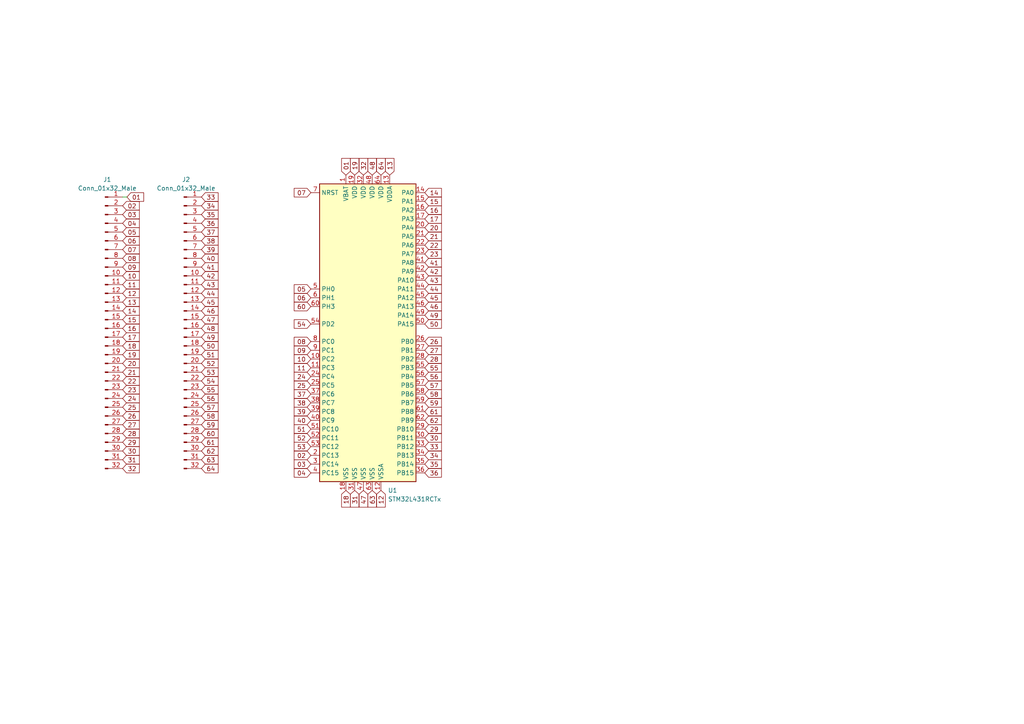
<source format=kicad_sch>
(kicad_sch (version 20211123) (generator eeschema)
  (paper "A4")
  (lib_symbols
    (symbol "Connector:Conn_01x32_Male" (pin_names (offset 1.016) hide)
      (property "Reference" "J" (at 0 40.64 0))
      (property "Value" "Conn_01x32_Male" (at 0 -43.18 0))
      (symbol "Conn_01x32_Male_1_1"
        (polyline (pts (xy 1.27 -40.64) (xy 0.8636 -40.64)) (stroke (width 0.1524)))
        (polyline (pts (xy 1.27 -38.1) (xy 0.8636 -38.1)) (stroke (width 0.1524)))
        (polyline (pts (xy 1.27 -35.56) (xy 0.8636 -35.56)) (stroke (width 0.1524)))
        (polyline (pts (xy 1.27 -33.02) (xy 0.8636 -33.02)) (stroke (width 0.1524)))
        (polyline (pts (xy 1.27 -30.48) (xy 0.8636 -30.48)) (stroke (width 0.1524)))
        (polyline (pts (xy 1.27 -27.94) (xy 0.8636 -27.94)) (stroke (width 0.1524)))
        (polyline (pts (xy 1.27 -25.4) (xy 0.8636 -25.4)) (stroke (width 0.1524)))
        (polyline (pts (xy 1.27 -22.86) (xy 0.8636 -22.86)) (stroke (width 0.1524)))
        (polyline (pts (xy 1.27 -20.32) (xy 0.8636 -20.32)) (stroke (width 0.1524)))
        (polyline (pts (xy 1.27 -17.78) (xy 0.8636 -17.78)) (stroke (width 0.1524)))
        (polyline (pts (xy 1.27 -15.24) (xy 0.8636 -15.24)) (stroke (width 0.1524)))
        (polyline (pts (xy 1.27 -12.7) (xy 0.8636 -12.7)) (stroke (width 0.1524)))
        (polyline (pts (xy 1.27 -10.16) (xy 0.8636 -10.16)) (stroke (width 0.1524)))
        (polyline (pts (xy 1.27 -7.62) (xy 0.8636 -7.62)) (stroke (width 0.1524)))
        (polyline (pts (xy 1.27 -5.08) (xy 0.8636 -5.08)) (stroke (width 0.1524)))
        (polyline (pts (xy 1.27 -2.54) (xy 0.8636 -2.54)) (stroke (width 0.1524)))
        (polyline (pts (xy 1.27 0) (xy 0.8636 0)) (stroke (width 0.1524)))
        (polyline (pts (xy 1.27 2.54) (xy 0.8636 2.54)) (stroke (width 0.1524)))
        (polyline (pts (xy 1.27 5.08) (xy 0.8636 5.08)) (stroke (width 0.1524)))
        (polyline (pts (xy 1.27 7.62) (xy 0.8636 7.62)) (stroke (width 0.1524)))
        (polyline (pts (xy 1.27 10.16) (xy 0.8636 10.16)) (stroke (width 0.1524)))
        (polyline (pts (xy 1.27 12.7) (xy 0.8636 12.7)) (stroke (width 0.1524)))
        (polyline (pts (xy 1.27 15.24) (xy 0.8636 15.24)) (stroke (width 0.1524)))
        (polyline (pts (xy 1.27 17.78) (xy 0.8636 17.78)) (stroke (width 0.1524)))
        (polyline (pts (xy 1.27 20.32) (xy 0.8636 20.32)) (stroke (width 0.1524)))
        (polyline (pts (xy 1.27 22.86) (xy 0.8636 22.86)) (stroke (width 0.1524)))
        (polyline (pts (xy 1.27 25.4) (xy 0.8636 25.4)) (stroke (width 0.1524)))
        (polyline (pts (xy 1.27 27.94) (xy 0.8636 27.94)) (stroke (width 0.1524)))
        (polyline (pts (xy 1.27 30.48) (xy 0.8636 30.48)) (stroke (width 0.1524)))
        (polyline (pts (xy 1.27 33.02) (xy 0.8636 33.02)) (stroke (width 0.1524)))
        (polyline (pts (xy 1.27 35.56) (xy 0.8636 35.56)) (stroke (width 0.1524)))
        (polyline (pts (xy 1.27 38.1) (xy 0.8636 38.1)) (stroke (width 0.1524)))
        (rectangle (start 0.8636 -40.513) (end 0 -40.767) (stroke (width 0.1524)) (fill (type outline)))
        (rectangle (start 0.8636 -37.973) (end 0 -38.227) (stroke (width 0.1524)) (fill (type outline)))
        (rectangle (start 0.8636 -35.433) (end 0 -35.687) (stroke (width 0.1524)) (fill (type outline)))
        (rectangle (start 0.8636 -32.893) (end 0 -33.147) (stroke (width 0.1524)) (fill (type outline)))
        (rectangle (start 0.8636 -30.353) (end 0 -30.607) (stroke (width 0.1524)) (fill (type outline)))
        (rectangle (start 0.8636 -27.813) (end 0 -28.067) (stroke (width 0.1524)) (fill (type outline)))
        (rectangle (start 0.8636 -25.273) (end 0 -25.527) (stroke (width 0.1524)) (fill (type outline)))
        (rectangle (start 0.8636 -22.733) (end 0 -22.987) (stroke (width 0.1524)) (fill (type outline)))
        (rectangle (start 0.8636 -20.193) (end 0 -20.447) (stroke (width 0.1524)) (fill (type outline)))
        (rectangle (start 0.8636 -17.653) (end 0 -17.907) (stroke (width 0.1524)) (fill (type outline)))
        (rectangle (start 0.8636 -15.113) (end 0 -15.367) (stroke (width 0.1524)) (fill (type outline)))
        (rectangle (start 0.8636 -12.573) (end 0 -12.827) (stroke (width 0.1524)) (fill (type outline)))
        (rectangle (start 0.8636 -10.033) (end 0 -10.287) (stroke (width 0.1524)) (fill (type outline)))
        (rectangle (start 0.8636 -7.493) (end 0 -7.747) (stroke (width 0.1524)) (fill (type outline)))
        (rectangle (start 0.8636 -4.953) (end 0 -5.207) (stroke (width 0.1524)) (fill (type outline)))
        (rectangle (start 0.8636 -2.413) (end 0 -2.667) (stroke (width 0.1524)) (fill (type outline)))
        (rectangle (start 0.8636 0.127) (end 0 -0.127) (stroke (width 0.1524)) (fill (type outline)))
        (rectangle (start 0.8636 2.667) (end 0 2.413) (stroke (width 0.1524)) (fill (type outline)))
        (rectangle (start 0.8636 5.207) (end 0 4.953) (stroke (width 0.1524)) (fill (type outline)))
        (rectangle (start 0.8636 7.747) (end 0 7.493) (stroke (width 0.1524)) (fill (type outline)))
        (rectangle (start 0.8636 10.287) (end 0 10.033) (stroke (width 0.1524)) (fill (type outline)))
        (rectangle (start 0.8636 12.827) (end 0 12.573) (stroke (width 0.1524)) (fill (type outline)))
        (rectangle (start 0.8636 15.367) (end 0 15.113) (stroke (width 0.1524)) (fill (type outline)))
        (rectangle (start 0.8636 17.907) (end 0 17.653) (stroke (width 0.1524)) (fill (type outline)))
        (rectangle (start 0.8636 20.447) (end 0 20.193) (stroke (width 0.1524)) (fill (type outline)))
        (rectangle (start 0.8636 22.987) (end 0 22.733) (stroke (width 0.1524)) (fill (type outline)))
        (rectangle (start 0.8636 25.527) (end 0 25.273) (stroke (width 0.1524)) (fill (type outline)))
        (rectangle (start 0.8636 28.067) (end 0 27.813) (stroke (width 0.1524)) (fill (type outline)))
        (rectangle (start 0.8636 30.607) (end 0 30.353) (stroke (width 0.1524)) (fill (type outline)))
        (rectangle (start 0.8636 33.147) (end 0 32.893) (stroke (width 0.1524)) (fill (type outline)))
        (rectangle (start 0.8636 35.687) (end 0 35.433) (stroke (width 0.1524)) (fill (type outline)))
        (rectangle (start 0.8636 38.227) (end 0 37.973) (stroke (width 0.1524)) (fill (type outline)))
        (pin passive line (at 5.08 38.1 180) (length 3.81) (name "Pin_1") (number "1"))
        (pin passive line (at 5.08 15.24 180) (length 3.81) (name "Pin_10") (number "10"))
        (pin passive line (at 5.08 12.7 180) (length 3.81) (name "Pin_11") (number "11"))
        (pin passive line (at 5.08 10.16 180) (length 3.81) (name "Pin_12") (number "12"))
        (pin passive line (at 5.08 7.62 180) (length 3.81) (name "Pin_13") (number "13"))
        (pin passive line (at 5.08 5.08 180) (length 3.81) (name "Pin_14") (number "14"))
        (pin passive line (at 5.08 2.54 180) (length 3.81) (name "Pin_15") (number "15"))
        (pin passive line (at 5.08 0 180) (length 3.81) (name "Pin_16") (number "16"))
        (pin passive line (at 5.08 -2.54 180) (length 3.81) (name "Pin_17") (number "17"))
        (pin passive line (at 5.08 -5.08 180) (length 3.81) (name "Pin_18") (number "18"))
        (pin passive line (at 5.08 -7.62 180) (length 3.81) (name "Pin_19") (number "19"))
        (pin passive line (at 5.08 35.56 180) (length 3.81) (name "Pin_2") (number "2"))
        (pin passive line (at 5.08 -10.16 180) (length 3.81) (name "Pin_20") (number "20"))
        (pin passive line (at 5.08 -12.7 180) (length 3.81) (name "Pin_21") (number "21"))
        (pin passive line (at 5.08 -15.24 180) (length 3.81) (name "Pin_22") (number "22"))
        (pin passive line (at 5.08 -17.78 180) (length 3.81) (name "Pin_23") (number "23"))
        (pin passive line (at 5.08 -20.32 180) (length 3.81) (name "Pin_24") (number "24"))
        (pin passive line (at 5.08 -22.86 180) (length 3.81) (name "Pin_25") (number "25"))
        (pin passive line (at 5.08 -25.4 180) (length 3.81) (name "Pin_26") (number "26"))
        (pin passive line (at 5.08 -27.94 180) (length 3.81) (name "Pin_27") (number "27"))
        (pin passive line (at 5.08 -30.48 180) (length 3.81) (name "Pin_28") (number "28"))
        (pin passive line (at 5.08 -33.02 180) (length 3.81) (name "Pin_29") (number "29"))
        (pin passive line (at 5.08 33.02 180) (length 3.81) (name "Pin_3") (number "3"))
        (pin passive line (at 5.08 -35.56 180) (length 3.81) (name "Pin_30") (number "30"))
        (pin passive line (at 5.08 -38.1 180) (length 3.81) (name "Pin_31") (number "31"))
        (pin passive line (at 5.08 -40.64 180) (length 3.81) (name "Pin_32") (number "32"))
        (pin passive line (at 5.08 30.48 180) (length 3.81) (name "Pin_4") (number "4"))
        (pin passive line (at 5.08 27.94 180) (length 3.81) (name "Pin_5") (number "5"))
        (pin passive line (at 5.08 25.4 180) (length 3.81) (name "Pin_6") (number "6"))
        (pin passive line (at 5.08 22.86 180) (length 3.81) (name "Pin_7") (number "7"))
        (pin passive line (at 5.08 20.32 180) (length 3.81) (name "Pin_8") (number "8"))
        (pin passive line (at 5.08 17.78 180) (length 3.81) (name "Pin_9") (number "9"))
      )
    )
    (symbol "MCU_ST_STM32L4:STM32L431RCTx"
      (property "Reference" "U" (at -15.24 44.45 0))
      (property "Value" "STM32L431RCTx" (at 7.62 44.45 0))
      (symbol "STM32L431RCTx_0_1"
        (rectangle (start -15.24 -43.18) (end 12.7 43.18) (stroke (width 0.254)) (fill (type background)))
      )
      (symbol "STM32L431RCTx_1_1"
        (pin power_in line (at -7.62 45.72 270) (length 2.54) (name "VBAT") (number "1"))
        (pin bidirectional line (at -17.78 -7.62 0) (length 2.54) (name "PC2") (number "10"))
        (pin bidirectional line (at -17.78 -10.16 0) (length 2.54) (name "PC3") (number "11"))
        (pin power_in line (at 2.54 -45.72 90) (length 2.54) (name "VSSA") (number "12"))
        (pin power_in line (at 5.08 45.72 270) (length 2.54) (name "VDDA") (number "13"))
        (pin bidirectional line (at 15.24 40.64 180) (length 2.54) (name "PA0") (number "14"))
        (pin bidirectional line (at 15.24 38.1 180) (length 2.54) (name "PA1") (number "15"))
        (pin bidirectional line (at 15.24 35.56 180) (length 2.54) (name "PA2") (number "16"))
        (pin bidirectional line (at 15.24 33.02 180) (length 2.54) (name "PA3") (number "17"))
        (pin power_in line (at -7.62 -45.72 90) (length 2.54) (name "VSS") (number "18"))
        (pin power_in line (at -5.08 45.72 270) (length 2.54) (name "VDD") (number "19"))
        (pin bidirectional line (at -17.78 -35.56 0) (length 2.54) (name "PC13") (number "2"))
        (pin bidirectional line (at 15.24 30.48 180) (length 2.54) (name "PA4") (number "20"))
        (pin bidirectional line (at 15.24 27.94 180) (length 2.54) (name "PA5") (number "21"))
        (pin bidirectional line (at 15.24 25.4 180) (length 2.54) (name "PA6") (number "22"))
        (pin bidirectional line (at 15.24 22.86 180) (length 2.54) (name "PA7") (number "23"))
        (pin bidirectional line (at -17.78 -12.7 0) (length 2.54) (name "PC4") (number "24"))
        (pin bidirectional line (at -17.78 -15.24 0) (length 2.54) (name "PC5") (number "25"))
        (pin bidirectional line (at 15.24 -2.54 180) (length 2.54) (name "PB0") (number "26"))
        (pin bidirectional line (at 15.24 -5.08 180) (length 2.54) (name "PB1") (number "27"))
        (pin bidirectional line (at 15.24 -7.62 180) (length 2.54) (name "PB2") (number "28"))
        (pin bidirectional line (at 15.24 -27.94 180) (length 2.54) (name "PB10") (number "29"))
        (pin bidirectional line (at -17.78 -38.1 0) (length 2.54) (name "PC14") (number "3"))
        (pin bidirectional line (at 15.24 -30.48 180) (length 2.54) (name "PB11") (number "30"))
        (pin power_in line (at -5.08 -45.72 90) (length 2.54) (name "VSS") (number "31"))
        (pin power_in line (at -2.54 45.72 270) (length 2.54) (name "VDD") (number "32"))
        (pin bidirectional line (at 15.24 -33.02 180) (length 2.54) (name "PB12") (number "33"))
        (pin bidirectional line (at 15.24 -35.56 180) (length 2.54) (name "PB13") (number "34"))
        (pin bidirectional line (at 15.24 -38.1 180) (length 2.54) (name "PB14") (number "35"))
        (pin bidirectional line (at 15.24 -40.64 180) (length 2.54) (name "PB15") (number "36"))
        (pin bidirectional line (at -17.78 -17.78 0) (length 2.54) (name "PC6") (number "37"))
        (pin bidirectional line (at -17.78 -20.32 0) (length 2.54) (name "PC7") (number "38"))
        (pin bidirectional line (at -17.78 -22.86 0) (length 2.54) (name "PC8") (number "39"))
        (pin bidirectional line (at -17.78 -40.64 0) (length 2.54) (name "PC15") (number "4"))
        (pin bidirectional line (at -17.78 -25.4 0) (length 2.54) (name "PC9") (number "40"))
        (pin bidirectional line (at 15.24 20.32 180) (length 2.54) (name "PA8") (number "41"))
        (pin bidirectional line (at 15.24 17.78 180) (length 2.54) (name "PA9") (number "42"))
        (pin bidirectional line (at 15.24 15.24 180) (length 2.54) (name "PA10") (number "43"))
        (pin bidirectional line (at 15.24 12.7 180) (length 2.54) (name "PA11") (number "44"))
        (pin bidirectional line (at 15.24 10.16 180) (length 2.54) (name "PA12") (number "45"))
        (pin bidirectional line (at 15.24 7.62 180) (length 2.54) (name "PA13") (number "46"))
        (pin power_in line (at -2.54 -45.72 90) (length 2.54) (name "VSS") (number "47"))
        (pin power_in line (at 0 45.72 270) (length 2.54) (name "VDD") (number "48"))
        (pin bidirectional line (at 15.24 5.08 180) (length 2.54) (name "PA14") (number "49"))
        (pin input line (at -17.78 12.7 0) (length 2.54) (name "PH0") (number "5"))
        (pin bidirectional line (at 15.24 2.54 180) (length 2.54) (name "PA15") (number "50"))
        (pin bidirectional line (at -17.78 -27.94 0) (length 2.54) (name "PC10") (number "51"))
        (pin bidirectional line (at -17.78 -30.48 0) (length 2.54) (name "PC11") (number "52"))
        (pin bidirectional line (at -17.78 -33.02 0) (length 2.54) (name "PC12") (number "53"))
        (pin bidirectional line (at -17.78 2.54 0) (length 2.54) (name "PD2") (number "54"))
        (pin bidirectional line (at 15.24 -10.16 180) (length 2.54) (name "PB3") (number "55"))
        (pin bidirectional line (at 15.24 -12.7 180) (length 2.54) (name "PB4") (number "56"))
        (pin bidirectional line (at 15.24 -15.24 180) (length 2.54) (name "PB5") (number "57"))
        (pin bidirectional line (at 15.24 -17.78 180) (length 2.54) (name "PB6") (number "58"))
        (pin bidirectional line (at 15.24 -20.32 180) (length 2.54) (name "PB7") (number "59"))
        (pin input line (at -17.78 10.16 0) (length 2.54) (name "PH1") (number "6"))
        (pin bidirectional line (at -17.78 7.62 0) (length 2.54) (name "PH3") (number "60"))
        (pin bidirectional line (at 15.24 -22.86 180) (length 2.54) (name "PB8") (number "61"))
        (pin bidirectional line (at 15.24 -25.4 180) (length 2.54) (name "PB9") (number "62"))
        (pin power_in line (at 0 -45.72 90) (length 2.54) (name "VSS") (number "63"))
        (pin power_in line (at 2.54 45.72 270) (length 2.54) (name "VDD") (number "64"))
        (pin input line (at -17.78 40.64 0) (length 2.54) (name "NRST") (number "7"))
        (pin bidirectional line (at -17.78 -2.54 0) (length 2.54) (name "PC0") (number "8"))
        (pin bidirectional line (at -17.78 -5.08 0) (length 2.54) (name "PC1") (number "9"))
      )
    )
  )
  (wire (pts (xy 36.83 57.15) (xy 35.56 57.15)))
  (global_label "27" (shape input) (at 123.19 101.6 0) (property "Intersheet References" "${INTERSHEET_REFS}" (effects hide)))
  (global_label "53" (shape input) (at 58.42 107.95 0) (property "Intersheet References" "${INTERSHEET_REFS}" (effects hide)))
  (global_label "40" (shape input) (at 58.42 74.93 0) (property "Intersheet References" "${INTERSHEET_REFS}" (effects hide)))
  (global_label "61" (shape input) (at 58.42 128.27 0) (property "Intersheet References" "${INTERSHEET_REFS}" (effects hide)))
  (global_label "17" (shape input) (at 123.19 63.5 0) (property "Intersheet References" "${INTERSHEET_REFS}" (effects hide)))
  (global_label "12" (shape input) (at 110.49 142.24 270) (property "Intersheet References" "${INTERSHEET_REFS}" (effects hide)))
  (global_label "19" (shape input) (at 35.56 102.87 0) (property "Intersheet References" "${INTERSHEET_REFS}" (effects hide)))
  (global_label "44" (shape input) (at 58.42 85.09 0) (property "Intersheet References" "${INTERSHEET_REFS}" (effects hide)))
  (global_label "44" (shape input) (at 123.19 83.82 0) (property "Intersheet References" "${INTERSHEET_REFS}" (effects hide)))
  (global_label "14" (shape input) (at 123.19 55.88 0) (property "Intersheet References" "${INTERSHEET_REFS}" (effects hide)))
  (global_label "42" (shape input) (at 123.19 78.74 0) (property "Intersheet References" "${INTERSHEET_REFS}" (effects hide)))
  (global_label "52" (shape input) (at 90.17 127 180) (property "Intersheet References" "${INTERSHEET_REFS}" (effects hide)))
  (global_label "59" (shape input) (at 58.42 123.19 0) (property "Intersheet References" "${INTERSHEET_REFS}" (effects hide)))
  (global_label "04" (shape input) (at 35.56 64.77 0) (property "Intersheet References" "${INTERSHEET_REFS}" (effects hide)))
  (global_label "04" (shape input) (at 90.17 137.16 180) (property "Intersheet References" "${INTERSHEET_REFS}" (effects hide)))
  (global_label "13" (shape input) (at 113.03 50.8 90) (property "Intersheet References" "${INTERSHEET_REFS}" (effects hide)))
  (global_label "01" (shape input) (at 36.83 57.15 0) (property "Intersheet References" "${INTERSHEET_REFS}" (effects hide)))
  (global_label "45" (shape input) (at 58.42 87.63 0) (property "Intersheet References" "${INTERSHEET_REFS}" (effects hide)))
  (global_label "34" (shape input) (at 123.19 132.08 0) (property "Intersheet References" "${INTERSHEET_REFS}" (effects hide)))
  (global_label "06" (shape input) (at 90.17 86.36 180) (property "Intersheet References" "${INTERSHEET_REFS}" (effects hide)))
  (global_label "24" (shape input) (at 35.56 115.57 0) (property "Intersheet References" "${INTERSHEET_REFS}" (effects hide)))
  (global_label "37" (shape input) (at 90.17 114.3 180) (property "Intersheet References" "${INTERSHEET_REFS}" (effects hide)))
  (global_label "12" (shape input) (at 35.56 85.09 0) (property "Intersheet References" "${INTERSHEET_REFS}" (effects hide)))
  (global_label "22" (shape input) (at 35.56 110.49 0) (property "Intersheet References" "${INTERSHEET_REFS}" (effects hide)))
  (global_label "24" (shape input) (at 90.17 109.22 180) (property "Intersheet References" "${INTERSHEET_REFS}" (effects hide)))
  (global_label "09" (shape input) (at 35.56 77.47 0) (property "Intersheet References" "${INTERSHEET_REFS}" (effects hide)))
  (global_label "10" (shape input) (at 35.56 80.01 0) (property "Intersheet References" "${INTERSHEET_REFS}" (effects hide)))
  (global_label "03" (shape input) (at 35.56 62.23 0) (property "Intersheet References" "${INTERSHEET_REFS}" (effects hide)))
  (global_label "52" (shape input) (at 58.42 105.41 0) (property "Intersheet References" "${INTERSHEET_REFS}" (effects hide)))
  (global_label "16" (shape input) (at 123.19 60.96 0) (property "Intersheet References" "${INTERSHEET_REFS}" (effects hide)))
  (global_label "38" (shape input) (at 58.42 69.85 0) (property "Intersheet References" "${INTERSHEET_REFS}" (effects hide)))
  (global_label "17" (shape input) (at 35.56 97.79 0) (property "Intersheet References" "${INTERSHEET_REFS}" (effects hide)))
  (global_label "08" (shape input) (at 90.17 99.06 180) (property "Intersheet References" "${INTERSHEET_REFS}" (effects hide)))
  (global_label "36" (shape input) (at 123.19 137.16 0) (property "Intersheet References" "${INTERSHEET_REFS}" (effects hide)))
  (global_label "56" (shape input) (at 123.19 109.22 0) (property "Intersheet References" "${INTERSHEET_REFS}" (effects hide)))
  (global_label "26" (shape input) (at 123.19 99.06 0) (property "Intersheet References" "${INTERSHEET_REFS}" (effects hide)))
  (global_label "63" (shape input) (at 107.95 142.24 270) (property "Intersheet References" "${INTERSHEET_REFS}" (effects hide)))
  (global_label "02" (shape input) (at 35.56 59.69 0) (property "Intersheet References" "${INTERSHEET_REFS}" (effects hide)))
  (global_label "25" (shape input) (at 35.56 118.11 0) (property "Intersheet References" "${INTERSHEET_REFS}" (effects hide)))
  (global_label "31" (shape input) (at 102.87 142.24 270) (property "Intersheet References" "${INTERSHEET_REFS}" (effects hide)))
  (global_label "50" (shape input) (at 58.42 100.33 0) (property "Intersheet References" "${INTERSHEET_REFS}" (effects hide)))
  (global_label "62" (shape input) (at 123.19 121.92 0) (property "Intersheet References" "${INTERSHEET_REFS}" (effects hide)))
  (global_label "54" (shape input) (at 90.17 93.98 180) (property "Intersheet References" "${INTERSHEET_REFS}" (effects hide)))
  (global_label "23" (shape input) (at 35.56 113.03 0) (property "Intersheet References" "${INTERSHEET_REFS}" (effects hide)))
  (global_label "49" (shape input) (at 123.19 91.44 0) (property "Intersheet References" "${INTERSHEET_REFS}" (effects hide)))
  (global_label "39" (shape input) (at 90.17 119.38 180) (property "Intersheet References" "${INTERSHEET_REFS}" (effects hide)))
  (global_label "02" (shape input) (at 90.17 132.08 180) (property "Intersheet References" "${INTERSHEET_REFS}" (effects hide)))
  (global_label "08" (shape input) (at 35.56 74.93 0) (property "Intersheet References" "${INTERSHEET_REFS}" (effects hide)))
  (global_label "26" (shape input) (at 35.56 120.65 0) (property "Intersheet References" "${INTERSHEET_REFS}" (effects hide)))
  (global_label "13" (shape input) (at 35.56 87.63 0) (property "Intersheet References" "${INTERSHEET_REFS}" (effects hide)))
  (global_label "32" (shape input) (at 35.56 135.89 0) (property "Intersheet References" "${INTERSHEET_REFS}" (effects hide)))
  (global_label "28" (shape input) (at 35.56 125.73 0) (property "Intersheet References" "${INTERSHEET_REFS}" (effects hide)))
  (global_label "22" (shape input) (at 123.19 71.12 0) (property "Intersheet References" "${INTERSHEET_REFS}" (effects hide)))
  (global_label "63" (shape input) (at 58.42 133.35 0) (property "Intersheet References" "${INTERSHEET_REFS}" (effects hide)))
  (global_label "38" (shape input) (at 90.17 116.84 180) (property "Intersheet References" "${INTERSHEET_REFS}" (effects hide)))
  (global_label "29" (shape input) (at 35.56 128.27 0) (property "Intersheet References" "${INTERSHEET_REFS}" (effects hide)))
  (global_label "32" (shape input) (at 105.41 50.8 90) (property "Intersheet References" "${INTERSHEET_REFS}" (effects hide)))
  (global_label "57" (shape input) (at 58.42 118.11 0) (property "Intersheet References" "${INTERSHEET_REFS}" (effects hide)))
  (global_label "64" (shape input) (at 110.49 50.8 90) (property "Intersheet References" "${INTERSHEET_REFS}" (effects hide)))
  (global_label "59" (shape input) (at 123.19 116.84 0) (property "Intersheet References" "${INTERSHEET_REFS}" (effects hide)))
  (global_label "48" (shape input) (at 58.42 95.25 0) (property "Intersheet References" "${INTERSHEET_REFS}" (effects hide)))
  (global_label "30" (shape input) (at 35.56 130.81 0) (property "Intersheet References" "${INTERSHEET_REFS}" (effects hide)))
  (global_label "42" (shape input) (at 58.42 80.01 0) (property "Intersheet References" "${INTERSHEET_REFS}" (effects hide)))
  (global_label "36" (shape input) (at 58.42 64.77 0) (property "Intersheet References" "${INTERSHEET_REFS}" (effects hide)))
  (global_label "33" (shape input) (at 123.19 129.54 0) (property "Intersheet References" "${INTERSHEET_REFS}" (effects hide)))
  (global_label "50" (shape input) (at 123.19 93.98 0) (property "Intersheet References" "${INTERSHEET_REFS}" (effects hide)))
  (global_label "21" (shape input) (at 123.19 68.58 0) (property "Intersheet References" "${INTERSHEET_REFS}" (effects hide)))
  (global_label "35" (shape input) (at 58.42 62.23 0) (property "Intersheet References" "${INTERSHEET_REFS}" (effects hide)))
  (global_label "39" (shape input) (at 58.42 72.39 0) (property "Intersheet References" "${INTERSHEET_REFS}" (effects hide)))
  (global_label "03" (shape input) (at 90.17 134.62 180) (property "Intersheet References" "${INTERSHEET_REFS}" (effects hide)))
  (global_label "11" (shape input) (at 90.17 106.68 180) (property "Intersheet References" "${INTERSHEET_REFS}" (effects hide)))
  (global_label "10" (shape input) (at 90.17 104.14 180) (property "Intersheet References" "${INTERSHEET_REFS}" (effects hide)))
  (global_label "51" (shape input) (at 90.17 124.46 180) (property "Intersheet References" "${INTERSHEET_REFS}" (effects hide)))
  (global_label "48" (shape input) (at 107.95 50.8 90) (property "Intersheet References" "${INTERSHEET_REFS}" (effects hide)))
  (global_label "53" (shape input) (at 90.17 129.54 180) (property "Intersheet References" "${INTERSHEET_REFS}" (effects hide)))
  (global_label "62" (shape input) (at 58.42 130.81 0) (property "Intersheet References" "${INTERSHEET_REFS}" (effects hide)))
  (global_label "05" (shape input) (at 35.56 67.31 0) (property "Intersheet References" "${INTERSHEET_REFS}" (effects hide)))
  (global_label "34" (shape input) (at 58.42 59.69 0) (property "Intersheet References" "${INTERSHEET_REFS}" (effects hide)))
  (global_label "58" (shape input) (at 58.42 120.65 0) (property "Intersheet References" "${INTERSHEET_REFS}" (effects hide)))
  (global_label "19" (shape input) (at 102.87 50.8 90) (property "Intersheet References" "${INTERSHEET_REFS}" (effects hide)))
  (global_label "15" (shape input) (at 35.56 92.71 0) (property "Intersheet References" "${INTERSHEET_REFS}" (effects hide)))
  (global_label "43" (shape input) (at 123.19 81.28 0) (property "Intersheet References" "${INTERSHEET_REFS}" (effects hide)))
  (global_label "28" (shape input) (at 123.19 104.14 0) (property "Intersheet References" "${INTERSHEET_REFS}" (effects hide)))
  (global_label "30" (shape input) (at 123.19 127 0) (property "Intersheet References" "${INTERSHEET_REFS}" (effects hide)))
  (global_label "16" (shape input) (at 35.56 95.25 0) (property "Intersheet References" "${INTERSHEET_REFS}" (effects hide)))
  (global_label "07" (shape input) (at 35.56 72.39 0) (property "Intersheet References" "${INTERSHEET_REFS}" (effects hide)))
  (global_label "05" (shape input) (at 90.17 83.82 180) (property "Intersheet References" "${INTERSHEET_REFS}" (effects hide)))
  (global_label "60" (shape input) (at 58.42 125.73 0) (property "Intersheet References" "${INTERSHEET_REFS}" (effects hide)))
  (global_label "11" (shape input) (at 35.56 82.55 0) (property "Intersheet References" "${INTERSHEET_REFS}" (effects hide)))
  (global_label "64" (shape input) (at 58.42 135.89 0) (property "Intersheet References" "${INTERSHEET_REFS}" (effects hide)))
  (global_label "43" (shape input) (at 58.42 82.55 0) (property "Intersheet References" "${INTERSHEET_REFS}" (effects hide)))
  (global_label "61" (shape input) (at 123.19 119.38 0) (property "Intersheet References" "${INTERSHEET_REFS}" (effects hide)))
  (global_label "46" (shape input) (at 58.42 90.17 0) (property "Intersheet References" "${INTERSHEET_REFS}" (effects hide)))
  (global_label "06" (shape input) (at 35.56 69.85 0) (property "Intersheet References" "${INTERSHEET_REFS}" (effects hide)))
  (global_label "41" (shape input) (at 123.19 76.2 0) (property "Intersheet References" "${INTERSHEET_REFS}" (effects hide)))
  (global_label "55" (shape input) (at 58.42 113.03 0) (property "Intersheet References" "${INTERSHEET_REFS}" (effects hide)))
  (global_label "37" (shape input) (at 58.42 67.31 0) (property "Intersheet References" "${INTERSHEET_REFS}" (effects hide)))
  (global_label "15" (shape input) (at 123.19 58.42 0) (property "Intersheet References" "${INTERSHEET_REFS}" (effects hide)))
  (global_label "07" (shape input) (at 90.17 55.88 180) (property "Intersheet References" "${INTERSHEET_REFS}" (effects hide)))
  (global_label "18" (shape input) (at 35.56 100.33 0) (property "Intersheet References" "${INTERSHEET_REFS}" (effects hide)))
  (global_label "20" (shape input) (at 35.56 105.41 0) (property "Intersheet References" "${INTERSHEET_REFS}" (effects hide)))
  (global_label "57" (shape input) (at 123.19 111.76 0) (property "Intersheet References" "${INTERSHEET_REFS}" (effects hide)))
  (global_label "21" (shape input) (at 35.56 107.95 0) (property "Intersheet References" "${INTERSHEET_REFS}" (effects hide)))
  (global_label "27" (shape input) (at 35.56 123.19 0) (property "Intersheet References" "${INTERSHEET_REFS}" (effects hide)))
  (global_label "01" (shape input) (at 100.33 50.8 90) (property "Intersheet References" "${INTERSHEET_REFS}" (effects hide)))
  (global_label "45" (shape input) (at 123.19 86.36 0) (property "Intersheet References" "${INTERSHEET_REFS}" (effects hide)))
  (global_label "41" (shape input) (at 58.42 77.47 0) (property "Intersheet References" "${INTERSHEET_REFS}" (effects hide)))
  (global_label "54" (shape input) (at 58.42 110.49 0) (property "Intersheet References" "${INTERSHEET_REFS}" (effects hide)))
  (global_label "46" (shape input) (at 123.19 88.9 0) (property "Intersheet References" "${INTERSHEET_REFS}" (effects hide)))
  (global_label "40" (shape input) (at 90.17 121.92 180) (property "Intersheet References" "${INTERSHEET_REFS}" (effects hide)))
  (global_label "55" (shape input) (at 123.19 106.68 0) (property "Intersheet References" "${INTERSHEET_REFS}" (effects hide)))
  (global_label "47" (shape input) (at 105.41 142.24 270) (property "Intersheet References" "${INTERSHEET_REFS}" (effects hide)))
  (global_label "58" (shape input) (at 123.19 114.3 0) (property "Intersheet References" "${INTERSHEET_REFS}" (effects hide)))
  (global_label "31" (shape input) (at 35.56 133.35 0) (property "Intersheet References" "${INTERSHEET_REFS}" (effects hide)))
  (global_label "23" (shape input) (at 123.19 73.66 0) (property "Intersheet References" "${INTERSHEET_REFS}" (effects hide)))
  (global_label "09" (shape input) (at 90.17 101.6 180) (property "Intersheet References" "${INTERSHEET_REFS}" (effects hide)))
  (global_label "29" (shape input) (at 123.19 124.46 0) (property "Intersheet References" "${INTERSHEET_REFS}" (effects hide)))
  (global_label "20" (shape input) (at 123.19 66.04 0) (property "Intersheet References" "${INTERSHEET_REFS}" (effects hide)))
  (global_label "18" (shape input) (at 100.33 142.24 270) (property "Intersheet References" "${INTERSHEET_REFS}" (effects hide)))
  (global_label "35" (shape input) (at 123.19 134.62 0) (property "Intersheet References" "${INTERSHEET_REFS}" (effects hide)))
  (global_label "51" (shape input) (at 58.42 102.87 0) (property "Intersheet References" "${INTERSHEET_REFS}" (effects hide)))
  (global_label "60" (shape input) (at 90.17 88.9 180) (property "Intersheet References" "${INTERSHEET_REFS}" (effects hide)))
  (global_label "47" (shape input) (at 58.42 92.71 0) (property "Intersheet References" "${INTERSHEET_REFS}" (effects hide)))
  (global_label "33" (shape input) (at 58.42 57.15 0) (property "Intersheet References" "${INTERSHEET_REFS}" (effects hide)))
  (global_label "49" (shape input) (at 58.42 97.79 0) (property "Intersheet References" "${INTERSHEET_REFS}" (effects hide)))
  (global_label "25" (shape input) (at 90.17 111.76 180) (property "Intersheet References" "${INTERSHEET_REFS}" (effects hide)))
  (global_label "14" (shape input) (at 35.56 90.17 0) (property "Intersheet References" "${INTERSHEET_REFS}" (effects hide)))
  (global_label "56" (shape input) (at 58.42 115.57 0) (property "Intersheet References" "${INTERSHEET_REFS}" (effects hide)))
  (symbol (lib_id "MCU_ST_STM32L4:STM32L431RCTx") (at 107.95 96.52 0) (unit 1)
    (property "Reference" "U1" (at 112.5094 142.24 0) (effects (justify left)))
    (property "Value" "STM32L431RCTx" (at 112.5094 144.78 0) (effects (justify left)))
    (property "Footprint" "Package_QFP:LQFP-64_10x10mm_P0.5mm" (effects hide))
    (property "Datasheet" "http://www.st.com/st-web-ui/static/active/en/resource/technical/document/datasheet/DM00257211.pdf" (effects hide))
  )
  (symbol (lib_id "Connector:Conn_01x32_Male") (at 30.48 95.25 0) (unit 1)
    (property "Reference" "J1" (at 31.115 52.07 0))
    (property "Value" "Conn_01x32_Male" (at 31.115 54.61 0))
    (property "Footprint" "Connector_PinHeader_2.54mm:PinHeader_1x32_P2.54mm_Vertical" (effects hide))
  )
  (symbol (lib_id "Connector:Conn_01x32_Male") (at 53.34 95.25 0) (unit 1)
    (property "Reference" "J2" (at 53.975 52.07 0))
    (property "Value" "Conn_01x32_Male" (at 53.975 54.61 0))
    (property "Footprint" "Connector_PinHeader_2.54mm:PinHeader_1x32_P2.54mm_Vertical" (effects hide))
  )
)
</source>
